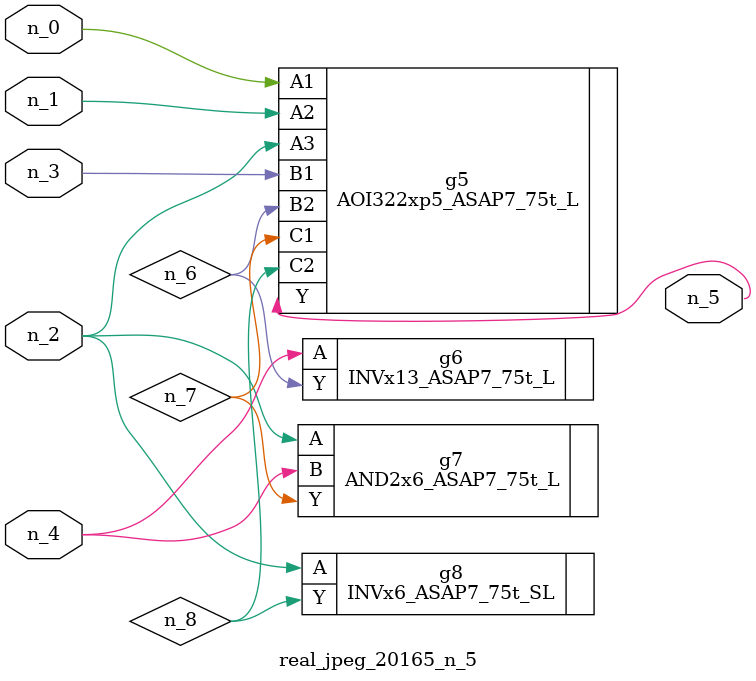
<source format=v>
module real_jpeg_20165_n_5 (n_4, n_0, n_1, n_2, n_3, n_5);

input n_4;
input n_0;
input n_1;
input n_2;
input n_3;

output n_5;

wire n_8;
wire n_6;
wire n_7;

AOI322xp5_ASAP7_75t_L g5 ( 
.A1(n_0),
.A2(n_1),
.A3(n_2),
.B1(n_3),
.B2(n_6),
.C1(n_7),
.C2(n_8),
.Y(n_5)
);

AND2x6_ASAP7_75t_L g7 ( 
.A(n_2),
.B(n_4),
.Y(n_7)
);

INVx6_ASAP7_75t_SL g8 ( 
.A(n_2),
.Y(n_8)
);

INVx13_ASAP7_75t_L g6 ( 
.A(n_4),
.Y(n_6)
);


endmodule
</source>
